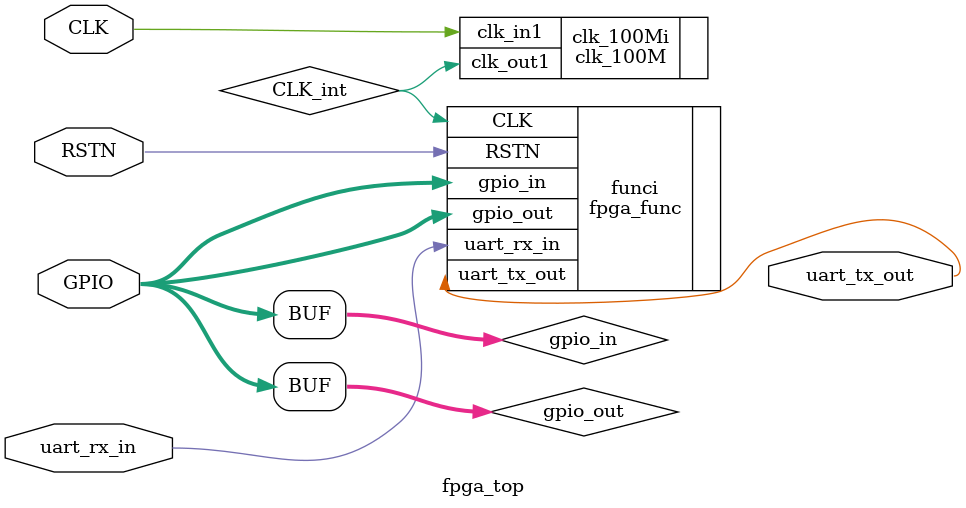
<source format=v>

module fpga_top (CLK,
                 RSTN,
                 GPIO,
                 uart_rx_in,
                 uart_tx_out);

input CLK;
input RSTN;
inout [111:0] GPIO;
input uart_rx_in;
output uart_tx_out;

wire CLK_int;

clk_100M clk_100Mi (
   // Clock out ports
   .clk_out1(CLK_int),
   // Clock in ports
   .clk_in1(CLK));

wire [111:0] gpio_out;
assign GPIO = gpio_out;
wire [111:0] gpio_in = GPIO;

fpga_func funci (.CLK(CLK_int),
                 .RSTN(RSTN),
                 .gpio_out(gpio_out),
                 .gpio_in(gpio_in),
                 .uart_rx_in(uart_rx_in),
                 .uart_tx_out(uart_tx_out));

endmodule

</source>
